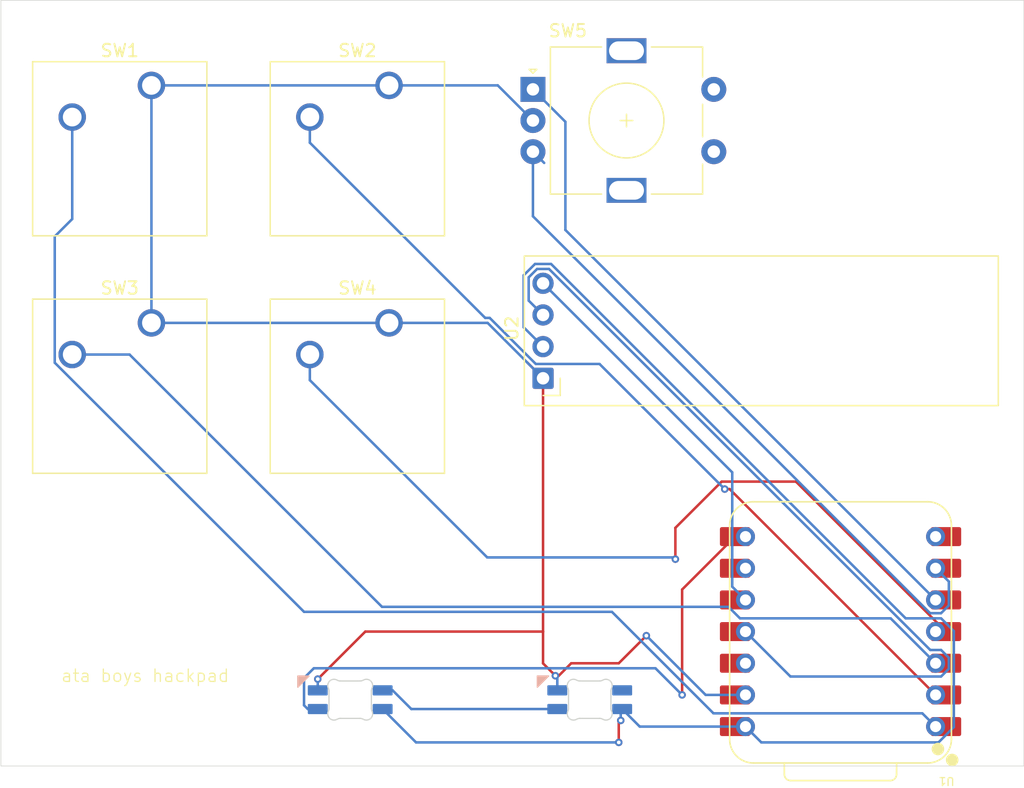
<source format=kicad_pcb>
(kicad_pcb (version 20241229) (generator "pcbnew") (generator_version "9.0")
  (layers (0 "F.Cu" signal) (2 "B.Cu" signal) (13 "F.Paste" user) (15 "B.Paste" user) (5 "F.SilkS" user "F.Silkscreen") (7 "B.SilkS" user "B.Silkscreen") (1 "F.Mask" user) (3 "B.Mask" user) (25 "Edge.Cuts" user))
  (net 0 "")
  (net 1 "GND")
  (net 2 "+5V")
  (net 3 "Net-(D1-DOUT)")
  (net 4 "Net-(D1-DIN)")
  (net 6 "Net-(U1-GPIO26{slash}ADC0{slash}A0)")
  (net 7 "Net-(U1-GPIO27{slash}ADC1{slash}A1)")
  (net 8 "Net-(U1-GPIO28{slash}ADC2{slash}A2)")
  (net 9 "Net-(U1-GPIO29{slash}ADC3{slash}A3)")
  (net 10 "Net-(U1-GPIO6{slash}SDA)")
  (net 11 "Net-(U1-GPIO7{slash}SCL)")
  (net 12 "Net-(U1-GPIO4{slash}MISO)")
  (net 14 "Net-(U1-GPIO3{slash}MOSI)")
  (footprint "Hackclub Footprints:MX_SK6812MINI-E_REV" (layer "F.Cu") (at 123.4025 86.7425)
    (property "Reference" "D2" (hide yes))
    (property "Value" "SK6812MINI-E")
    (fp_poly (pts (xy -4.2 4.08) (xy -3.3 3.18) (xy -4.2 3.18)) (stroke (width 0.1)) (fill yes) (layer "B.SilkS"))
    (fp_line (start -1.699999 5.782842) (end -1.699999 4.377158) (stroke (width 0.1)) (layer "Edge.Cuts"))
    (fp_line (start -0.794452 3.58) (end 0.794452 3.58) (stroke (width 0.1)) (layer "Edge.Cuts"))
    (fp_line (start 0.794452 6.579999) (end -0.794453 6.579999) (stroke (width 0.1)) (layer "Edge.Cuts"))
    (fp_line (start 1.699999 4.377158) (end 1.699999 5.782842) (stroke (width 0.1)) (layer "Edge.Cuts"))
    (fp_arc (start -1.749484 4.16028) (mid -1.712527 4.265932) (end -1.699999 4.377158) (stroke (width 0.1)) (layer "Edge.Cuts"))
    (fp_arc (start -1.749484 4.160281) (mid -1.638072 3.575965) (end -1.046711 3.511701) (stroke (width 0.1)) (layer "Edge.Cuts"))
    (fp_arc (start -1.699999 5.782843) (mid -1.712527 5.894068) (end -1.749484 5.99972) (stroke (width 0.1)) (layer "Edge.Cuts"))
    (fp_arc (start -1.046711 6.648298) (mid -1.638071 6.584034) (end -1.749484 5.99972) (stroke (width 0.1)) (layer "Edge.Cuts"))
    (fp_arc (start -1.046711 6.648298) (mid -0.925123 6.597376) (end -0.794453 6.579999) (stroke (width 0.1)) (layer "Edge.Cuts"))
    (fp_arc (start -0.794452 3.58) (mid -0.925123 3.562623) (end -1.046711 3.511701) (stroke (width 0.1)) (layer "Edge.Cuts"))
    (fp_arc (start 0.794453 6.58) (mid 0.925123 6.597377) (end 1.046711 6.648299) (stroke (width 0.1)) (layer "Edge.Cuts"))
    (fp_arc (start 1.04671 3.511701) (mid 0.925122 3.562623) (end 0.794452 3.58) (stroke (width 0.1)) (layer "Edge.Cuts"))
    (fp_arc (start 1.046711 3.511703) (mid 1.63807 3.575966) (end 1.749484 4.16028) (stroke (width 0.1)) (layer "Edge.Cuts"))
    (fp_arc (start 1.699999 4.377157) (mid 1.712527 4.265932) (end 1.749484 4.16028) (stroke (width 0.1)) (layer "Edge.Cuts"))
    (fp_arc (start 1.749484 5.99972) (mid 1.638071 6.584035) (end 1.046711 6.648299) (stroke (width 0.1)) (layer "Edge.Cuts"))
    (fp_arc (start 1.749484 5.99972) (mid 1.712527 5.894068) (end 1.699999 5.782842) (stroke (width 0.1)) (layer "Edge.Cuts"))
    (pad "1" smd roundrect (at 2.6 5.83 90) (size 0.82 1.6) (layers "B.Cu" "B.Mask" "B.Paste") (roundrect_rratio 0.1) (net 2 "+5V"))
    (pad "2" smd roundrect (at 2.6 4.33 90) (size 0.82 1.6) (layers "B.Cu" "B.Mask" "B.Paste") (roundrect_rratio 0.1))
    (pad "3" smd roundrect (at -2.6 4.33 90) (size 0.82 1.6) (layers "B.Cu" "B.Mask" "B.Paste") (roundrect_rratio 0.1) (net 1 "GND"))
    (pad "4" smd roundrect (at -2.6 5.83 90) (size 0.82 1.6) (layers "B.Cu" "B.Mask" "B.Paste") (roundrect_rratio 0.1) (net 3 "Net-(D1-DOUT)"))
  )
  (footprint "Button_Switch_Keyboard:SW_Cherry_MX_1.00u_PCB" (layer "F.Cu") (at 88.265 61.595)
    (property "Reference" "SW3" (at -2.54 -2.794 0) (layer "F.SilkS"))
    (property "Value" "SW_Push")
    (fp_line (start -9.525 -1.905) (end 4.445 -1.905) (stroke (width 0.12)) (layer "F.SilkS"))
    (fp_line (start -9.525 12.065) (end -9.525 -1.905) (stroke (width 0.12)) (layer "F.SilkS"))
    (fp_line (start 4.445 -1.905) (end 4.445 12.065) (stroke (width 0.12)) (layer "F.SilkS"))
    (fp_line (start 4.445 12.065) (end -9.525 12.065) (stroke (width 0.12)) (layer "F.SilkS"))
    (pad "" np_thru_hole circle (at -7.62 5.08) (size 1.7 1.7) (drill 1.7) (layers "*.Cu" "*.Mask"))
    (pad "" np_thru_hole circle (at -2.54 5.08) (size 4 4) (drill 4) (layers "*.Cu" "*.Mask"))
    (pad "" np_thru_hole circle (at 2.54 5.08) (size 1.7 1.7) (drill 1.7) (layers "*.Cu" "*.Mask"))
    (pad "1" thru_hole circle (at 0 0) (size 2.2 2.2) (drill 1.5) (layers "*.Cu" "*.Mask") (net 1 "GND"))
    (pad "2" thru_hole circle (at -6.35 2.54) (size 2.2 2.2) (drill 1.5) (layers "*.Cu" "*.Mask") (net 8 "Net-(U1-GPIO28{slash}ADC2{slash}A2)"))
  )
  (footprint "Hackclub Footprints:MX_SK6812MINI-E_REV" (layer "F.Cu") (at 104.2 86.7425)
    (property "Reference" "D1" (hide yes))
    (property "Value" "SK6812MINI-E")
    (fp_poly (pts (xy -4.2 4.08) (xy -3.3 3.18) (xy -4.2 3.18)) (stroke (width 0.1)) (fill yes) (layer "B.SilkS"))
    (fp_line (start -1.699999 5.782842) (end -1.699999 4.377158) (stroke (width 0.1)) (layer "Edge.Cuts"))
    (fp_line (start -0.794452 3.58) (end 0.794452 3.58) (stroke (width 0.1)) (layer "Edge.Cuts"))
    (fp_line (start 0.794452 6.579999) (end -0.794453 6.579999) (stroke (width 0.1)) (layer "Edge.Cuts"))
    (fp_line (start 1.699999 4.377158) (end 1.699999 5.782842) (stroke (width 0.1)) (layer "Edge.Cuts"))
    (fp_arc (start -1.749484 4.16028) (mid -1.712527 4.265932) (end -1.699999 4.377158) (stroke (width 0.1)) (layer "Edge.Cuts"))
    (fp_arc (start -1.749484 4.160281) (mid -1.638072 3.575965) (end -1.046711 3.511701) (stroke (width 0.1)) (layer "Edge.Cuts"))
    (fp_arc (start -1.699999 5.782843) (mid -1.712527 5.894068) (end -1.749484 5.99972) (stroke (width 0.1)) (layer "Edge.Cuts"))
    (fp_arc (start -1.046711 6.648298) (mid -1.638071 6.584034) (end -1.749484 5.99972) (stroke (width 0.1)) (layer "Edge.Cuts"))
    (fp_arc (start -1.046711 6.648298) (mid -0.925123 6.597376) (end -0.794453 6.579999) (stroke (width 0.1)) (layer "Edge.Cuts"))
    (fp_arc (start -0.794452 3.58) (mid -0.925123 3.562623) (end -1.046711 3.511701) (stroke (width 0.1)) (layer "Edge.Cuts"))
    (fp_arc (start 0.794453 6.58) (mid 0.925123 6.597377) (end 1.046711 6.648299) (stroke (width 0.1)) (layer "Edge.Cuts"))
    (fp_arc (start 1.04671 3.511701) (mid 0.925122 3.562623) (end 0.794452 3.58) (stroke (width 0.1)) (layer "Edge.Cuts"))
    (fp_arc (start 1.046711 3.511703) (mid 1.63807 3.575966) (end 1.749484 4.16028) (stroke (width 0.1)) (layer "Edge.Cuts"))
    (fp_arc (start 1.699999 4.377157) (mid 1.712527 4.265932) (end 1.749484 4.16028) (stroke (width 0.1)) (layer "Edge.Cuts"))
    (fp_arc (start 1.749484 5.99972) (mid 1.638071 6.584035) (end 1.046711 6.648299) (stroke (width 0.1)) (layer "Edge.Cuts"))
    (fp_arc (start 1.749484 5.99972) (mid 1.712527 5.894068) (end 1.699999 5.782842) (stroke (width 0.1)) (layer "Edge.Cuts"))
    (pad "1" smd roundrect (at 2.6 5.83 90) (size 0.82 1.6) (layers "B.Cu" "B.Mask" "B.Paste") (roundrect_rratio 0.1) (net 2 "+5V"))
    (pad "2" smd roundrect (at 2.6 4.33 90) (size 0.82 1.6) (layers "B.Cu" "B.Mask" "B.Paste") (roundrect_rratio 0.1) (net 3 "Net-(D1-DOUT)"))
    (pad "3" smd roundrect (at -2.6 4.33 90) (size 0.82 1.6) (layers "B.Cu" "B.Mask" "B.Paste") (roundrect_rratio 0.1) (net 1 "GND"))
    (pad "4" smd roundrect (at -2.6 5.83 90) (size 0.82 1.6) (layers "B.Cu" "B.Mask" "B.Paste") (roundrect_rratio 0.1) (net 4 "Net-(D1-DIN)"))
  )
  (footprint "Hackclub Footprints:XIAO-RP2040-DIP" (layer "F.Cu") (at 143.51 86.36 180)
    (property "Reference" "U1" (at -8.5 -12 180) (layer "F.SilkS") (effects (font (size 0.635 0.635) (thickness 0.1016))))
    (property "Value" "XIAO-RP2040-DIP")
    (fp_line (start 8.89 8.509) (end 8.89 -8.636) (stroke (width 0.127)) (layer "F.SilkS"))
    (fp_line (start 6.985 -10.541) (end -6.985 -10.541) (stroke (width 0.1)) (layer "F.SilkS"))
    (fp_line (start 6.985 -10.541) (end -6.985 -10.541) (stroke (width 0.127)) (layer "F.SilkS"))
    (fp_line (start 4.504 -11.451) (end 4.504 -10.541) (stroke (width 0.127)) (layer "F.SilkS"))
    (fp_line (start -3.991272 -11.951) (end 4.004 -11.951) (stroke (width 0.127)) (layer "F.SilkS"))
    (fp_line (start -4.495 -10.541) (end -4.491272 -11.451272) (stroke (width 0.127)) (layer "F.SilkS"))
    (fp_line (start -6.985 10.414) (end 6.985 10.414) (stroke (width 0.127)) (layer "F.SilkS"))
    (fp_line (start -8.89 8.509) (end -8.89 -8.636) (stroke (width 0.127)) (layer "F.SilkS"))
    (fp_arc (start 8.89 8.509) (mid 8.332038 9.856038) (end 6.985 10.414) (stroke (width 0.127)) (layer "F.SilkS"))
    (fp_arc (start 6.985 -10.541) (mid 8.332038 -9.983038) (end 8.89 -8.636) (stroke (width 0.127)) (layer "F.SilkS"))
    (fp_arc (start 4.004 -11.951) (mid 4.357553 -11.804553) (end 4.504 -11.451) (stroke (width 0.127)) (layer "F.SilkS"))
    (fp_arc (start -4.491272 -11.451272) (mid -4.344728 -11.80464) (end -3.991272 -11.951) (stroke (width 0.127)) (layer "F.SilkS"))
    (fp_arc (start -6.985 10.414) (mid -8.332038 9.856038) (end -8.89 8.509) (stroke (width 0.127)) (layer "F.SilkS"))
    (fp_arc (start -8.89 -8.636) (mid -8.332038 -9.983038) (end -6.985 -10.541) (stroke (width 0.127)) (layer "F.SilkS"))
    (fp_circle (center -7.807 -9.42) (end -7.807 -9.674) (stroke (width 0.5)) (fill yes) (layer "F.SilkS"))
    (fp_circle (center -8.95 -10.3) (end -8.95 -10.554) (stroke (width 0.5)) (fill yes) (layer "F.SilkS"))
    (pad "1" smd roundrect (at -8.455 -7.62) (size 2.432 1.524) (layers "F.Cu" "F.Mask") (roundrect_rratio 0.1) (net 6 "Net-(U1-GPIO26{slash}ADC0{slash}A0)"))
    (pad "1" thru_hole circle (at -7.62 -7.62) (size 1.524 1.524) (drill 0.889) (layers "*.Cu" "*.Mask") (net 6 "Net-(U1-GPIO26{slash}ADC0{slash}A0)"))
    (pad "2" smd roundrect (at -8.455 -5.08) (size 2.432 1.524) (layers "F.Cu" "F.Mask") (roundrect_rratio 0.1) (net 7 "Net-(U1-GPIO27{slash}ADC1{slash}A1)"))
    (pad "2" thru_hole circle (at -7.62 -5.08) (size 1.524 1.524) (drill 0.889) (layers "*.Cu" "*.Mask") (net 7 "Net-(U1-GPIO27{slash}ADC1{slash}A1)"))
    (pad "3" smd roundrect (at -8.455 -2.54) (size 2.432 1.524) (layers "F.Cu" "F.Mask") (roundrect_rratio 0.1) (net 8 "Net-(U1-GPIO28{slash}ADC2{slash}A2)"))
    (pad "3" thru_hole circle (at -7.62 -2.54) (size 1.524 1.524) (drill 0.889) (layers "*.Cu" "*.Mask") (net 8 "Net-(U1-GPIO28{slash}ADC2{slash}A2)"))
    (pad "4" smd roundrect (at -8.455 0) (size 2.432 1.524) (layers "F.Cu" "F.Mask") (roundrect_rratio 0.1) (net 9 "Net-(U1-GPIO29{slash}ADC3{slash}A3)"))
    (pad "4" thru_hole circle (at -7.62 0) (size 1.524 1.524) (drill 0.889) (layers "*.Cu" "*.Mask") (net 9 "Net-(U1-GPIO29{slash}ADC3{slash}A3)"))
    (pad "5" smd roundrect (at -8.455 2.54) (size 2.432 1.524) (layers "F.Cu" "F.Mask") (roundrect_rratio 0.1) (net 10 "Net-(U1-GPIO6{slash}SDA)"))
    (pad "5" thru_hole circle (at -7.62 2.54) (size 1.524 1.524) (drill 0.889) (layers "*.Cu" "*.Mask") (net 10 "Net-(U1-GPIO6{slash}SDA)"))
    (pad "6" smd roundrect (at -8.455 5.08) (size 2.432 1.524) (layers "F.Cu" "F.Mask") (roundrect_rratio 0.1) (net 11 "Net-(U1-GPIO7{slash}SCL)"))
    (pad "6" thru_hole circle (at -7.62 5.08) (size 1.524 1.524) (drill 0.889) (layers "*.Cu" "*.Mask") (net 11 "Net-(U1-GPIO7{slash}SCL)"))
    (pad "7" smd roundrect (at -8.455 7.62) (size 2.432 1.524) (layers "F.Cu" "F.Mask") (roundrect_rratio 0.1))
    (pad "7" thru_hole circle (at -7.62 7.62) (size 1.524 1.524) (drill 0.889) (layers "*.Cu" "*.Mask"))
    (pad "8" thru_hole circle (at 7.62 7.62 180) (size 1.524 1.524) (drill 0.889) (layers "*.Cu" "*.Mask") (net 4 "Net-(D1-DIN)"))
    (pad "8" smd roundrect (at 8.455 7.62 180) (size 2.432 1.524) (layers "F.Cu" "F.Mask") (roundrect_rratio 0.1) (net 4 "Net-(D1-DIN)"))
    (pad "9" thru_hole circle (at 7.62 5.08 180) (size 1.524 1.524) (drill 0.889) (layers "*.Cu" "*.Mask"))
    (pad "9" smd roundrect (at 8.455 5.08 180) (size 2.432 1.524) (layers "F.Cu" "F.Mask") (roundrect_rratio 0.1))
    (pad "10" thru_hole circle (at 7.62 2.54 180) (size 1.524 1.524) (drill 0.889) (layers "*.Cu" "*.Mask") (net 12 "Net-(U1-GPIO4{slash}MISO)"))
    (pad "10" smd roundrect (at 8.455 2.54 180) (size 2.432 1.524) (layers "F.Cu" "F.Mask") (roundrect_rratio 0.1) (net 12 "Net-(U1-GPIO4{slash}MISO)"))
    (pad "11" thru_hole circle (at 7.62 0 180) (size 1.524 1.524) (drill 0.889) (layers "*.Cu" "*.Mask") (net 14 "Net-(U1-GPIO3{slash}MOSI)"))
    (pad "11" smd roundrect (at 8.455 0 180) (size 2.432 1.524) (layers "F.Cu" "F.Mask") (roundrect_rratio 0.1) (net 14 "Net-(U1-GPIO3{slash}MOSI)"))
    (pad "12" thru_hole circle (at 7.62 -2.54 180) (size 1.524 1.524) (drill 0.889) (layers "*.Cu" "*.Mask"))
    (pad "12" smd roundrect (at 8.455 -2.54 180) (size 2.432 1.524) (layers "F.Cu" "F.Mask") (roundrect_rratio 0.1))
    (pad "13" thru_hole circle (at 7.62 -5.08 180) (size 1.524 1.524) (drill 0.889) (layers "*.Cu" "*.Mask") (net 1 "GND"))
    (pad "13" smd roundrect (at 8.455 -5.08 180) (size 2.432 1.524) (layers "F.Cu" "F.Mask") (roundrect_rratio 0.1) (net 1 "GND"))
    (pad "14" thru_hole circle (at 7.62 -7.62 180) (size 1.524 1.524) (drill 0.889) (layers "*.Cu" "*.Mask") (net 2 "+5V"))
    (pad "14" smd roundrect (at 8.455 -7.62 180) (size 2.432 1.524) (layers "F.Cu" "F.Mask") (roundrect_rratio 0.1) (net 2 "+5V"))
  )
  (footprint "Hackclub Footprints:OLED_0.91_128x32" (layer "F.Cu") (at 119.66 66.04 90)
    (property "Reference" "U2" (at 4 -2.5 90) (layer "F.SilkS"))
    (property "Value" "OLED_0.91_128x32")
    (fp_line (start -1.38 0) (end -1.38 1.38) (stroke (width 0.12)) (layer "F.SilkS"))
    (fp_line (start 0 1.38) (end -1.38 1.38) (stroke (width 0.12)) (layer "F.SilkS"))
    (fp_rect (start -2.19 -1.5) (end 9.81 36.5) (stroke (width 0.12)) (fill no) (layer "F.SilkS"))
    (pad "1" thru_hole roundrect (at 0 0 90) (size 1.7 1.7) (drill 1) (layers "*.Cu" "*.Mask") (roundrect_rratio 0.1) (net 1 "GND"))
    (pad "2" thru_hole circle (at 2.54 0 90) (size 1.7 1.7) (drill 1) (layers "*.Cu" "*.Mask") (net 2 "+5V"))
    (pad "3" thru_hole circle (at 5.08 0 90) (size 1.7 1.7) (drill 1) (layers "*.Cu" "*.Mask") (net 14 "Net-(U1-GPIO3{slash}MOSI)"))
    (pad "4" thru_hole circle (at 7.62 0 90) (size 1.7 1.7) (drill 1) (layers "*.Cu" "*.Mask") (net 12 "Net-(U1-GPIO4{slash}MISO)"))
  )
  (footprint "Button_Switch_Keyboard:SW_Cherry_MX_1.00u_PCB" (layer "F.Cu") (at 107.315 61.595)
    (property "Reference" "SW4" (at -2.54 -2.794 0) (layer "F.SilkS"))
    (property "Value" "SW_Push")
    (fp_line (start -9.525 -1.905) (end 4.445 -1.905) (stroke (width 0.12)) (layer "F.SilkS"))
    (fp_line (start -9.525 12.065) (end -9.525 -1.905) (stroke (width 0.12)) (layer "F.SilkS"))
    (fp_line (start 4.445 -1.905) (end 4.445 12.065) (stroke (width 0.12)) (layer "F.SilkS"))
    (fp_line (start 4.445 12.065) (end -9.525 12.065) (stroke (width 0.12)) (layer "F.SilkS"))
    (pad "" np_thru_hole circle (at -7.62 5.08) (size 1.7 1.7) (drill 1.7) (layers "*.Cu" "*.Mask"))
    (pad "" np_thru_hole circle (at -2.54 5.08) (size 4 4) (drill 4) (layers "*.Cu" "*.Mask"))
    (pad "" np_thru_hole circle (at 2.54 5.08) (size 1.7 1.7) (drill 1.7) (layers "*.Cu" "*.Mask"))
    (pad "1" thru_hole circle (at 0 0) (size 2.2 2.2) (drill 1.5) (layers "*.Cu" "*.Mask") (net 1 "GND"))
    (pad "2" thru_hole circle (at -6.35 2.54) (size 2.2 2.2) (drill 1.5) (layers "*.Cu" "*.Mask") (net 9 "Net-(U1-GPIO29{slash}ADC3{slash}A3)"))
  )
  (footprint "Rotary_Encoder:RotaryEncoder_Alps_EC11E-Switch_Vertical_H20mm" (layer "F.Cu") (at 118.85 42.8625)
    (property "Reference" "SW5" (at 2.8 -4.7 0) (layer "F.SilkS"))
    (property "Value" "RotaryEncoder")
    (fp_line (start -0.3 -1.6) (end 0.3 -1.6) (stroke (width 0.12)) (layer "F.SilkS"))
    (fp_line (start 0 -1.3) (end -0.3 -1.6) (stroke (width 0.12)) (layer "F.SilkS"))
    (fp_line (start 0.3 -1.6) (end 0 -1.3) (stroke (width 0.12)) (layer "F.SilkS"))
    (fp_line (start 1.4 -3.4) (end 1.4 8.4) (stroke (width 0.12)) (layer "F.SilkS"))
    (fp_line (start 5.5 -3.4) (end 1.4 -3.4) (stroke (width 0.12)) (layer "F.SilkS"))
    (fp_line (start 5.5 8.4) (end 1.4 8.4) (stroke (width 0.12)) (layer "F.SilkS"))
    (fp_line (start 7 2.5) (end 8 2.5) (stroke (width 0.12)) (layer "F.SilkS"))
    (fp_line (start 7.5 2) (end 7.5 3) (stroke (width 0.12)) (layer "F.SilkS"))
    (fp_line (start 9.5 -3.4) (end 13.6 -3.4) (stroke (width 0.12)) (layer "F.SilkS"))
    (fp_line (start 13.6 -3.4) (end 13.6 -1) (stroke (width 0.12)) (layer "F.SilkS"))
    (fp_line (start 13.6 1.2) (end 13.6 3.8) (stroke (width 0.12)) (layer "F.SilkS"))
    (fp_line (start 13.6 6) (end 13.6 8.4) (stroke (width 0.12)) (layer "F.SilkS"))
    (fp_line (start 13.6 8.4) (end 9.5 8.4) (stroke (width 0.12)) (layer "F.SilkS"))
    (fp_circle (center 7.5 2.5) (end 10.5 2.5) (stroke (width 0.12)) (fill no) (layer "F.SilkS"))
    (pad "A" thru_hole rect (at 0 0) (size 2 2) (drill 1) (layers "*.Cu" "*.Mask") (net 10 "Net-(U1-GPIO6{slash}SDA)"))
    (pad "B" thru_hole circle (at 0 5) (size 2 2) (drill 1) (layers "*.Cu" "*.Mask") (net 11 "Net-(U1-GPIO7{slash}SCL)"))
    (pad "C" thru_hole circle (at 0 2.5) (size 2 2) (drill 1) (layers "*.Cu" "*.Mask") (net 1 "GND"))
    (pad "MP" thru_hole rect (at 7.5 -3.1) (size 3.2 2) (drill oval 2.8 1.5) (layers "*.Cu" "*.Mask"))
    (pad "MP" thru_hole rect (at 7.5 8.1) (size 3.2 2) (drill oval 2.8 1.5) (layers "*.Cu" "*.Mask"))
    (pad "S1" thru_hole circle (at 14.5 5) (size 2 2) (drill 1) (layers "*.Cu" "*.Mask"))
    (pad "S2" thru_hole circle (at 14.5 0) (size 2 2) (drill 1) (layers "*.Cu" "*.Mask"))
  )
  (footprint "Button_Switch_Keyboard:SW_Cherry_MX_1.00u_PCB" (layer "F.Cu") (at 88.265 42.545)
    (property "Reference" "SW1" (at -2.54 -2.794 0) (layer "F.SilkS"))
    (property "Value" "SW_Push")
    (fp_line (start -9.525 -1.905) (end 4.445 -1.905) (stroke (width 0.12)) (layer "F.SilkS"))
    (fp_line (start -9.525 12.065) (end -9.525 -1.905) (stroke (width 0.12)) (layer "F.SilkS"))
    (fp_line (start 4.445 -1.905) (end 4.445 12.065) (stroke (width 0.12)) (layer "F.SilkS"))
    (fp_line (start 4.445 12.065) (end -9.525 12.065) (stroke (width 0.12)) (layer "F.SilkS"))
    (pad "" np_thru_hole circle (at -7.62 5.08) (size 1.7 1.7) (drill 1.7) (layers "*.Cu" "*.Mask"))
    (pad "" np_thru_hole circle (at -2.54 5.08) (size 4 4) (drill 4) (layers "*.Cu" "*.Mask"))
    (pad "" np_thru_hole circle (at 2.54 5.08) (size 1.7 1.7) (drill 1.7) (layers "*.Cu" "*.Mask"))
    (pad "1" thru_hole circle (at 0 0) (size 2.2 2.2) (drill 1.5) (layers "*.Cu" "*.Mask") (net 1 "GND"))
    (pad "2" thru_hole circle (at -6.35 2.54) (size 2.2 2.2) (drill 1.5) (layers "*.Cu" "*.Mask") (net 6 "Net-(U1-GPIO26{slash}ADC0{slash}A0)"))
  )
  (footprint "Button_Switch_Keyboard:SW_Cherry_MX_1.00u_PCB" (layer "F.Cu") (at 107.315 42.545)
    (property "Reference" "SW2" (at -2.54 -2.794 0) (layer "F.SilkS"))
    (property "Value" "SW_Push")
    (fp_line (start -9.525 -1.905) (end 4.445 -1.905) (stroke (width 0.12)) (layer "F.SilkS"))
    (fp_line (start -9.525 12.065) (end -9.525 -1.905) (stroke (width 0.12)) (layer "F.SilkS"))
    (fp_line (start 4.445 -1.905) (end 4.445 12.065) (stroke (width 0.12)) (layer "F.SilkS"))
    (fp_line (start 4.445 12.065) (end -9.525 12.065) (stroke (width 0.12)) (layer "F.SilkS"))
    (pad "" np_thru_hole circle (at -7.62 5.08) (size 1.7 1.7) (drill 1.7) (layers "*.Cu" "*.Mask"))
    (pad "" np_thru_hole circle (at -2.54 5.08) (size 4 4) (drill 4) (layers "*.Cu" "*.Mask"))
    (pad "" np_thru_hole circle (at 2.54 5.08) (size 1.7 1.7) (drill 1.7) (layers "*.Cu" "*.Mask"))
    (pad "1" thru_hole circle (at 0 0) (size 2.2 2.2) (drill 1.5) (layers "*.Cu" "*.Mask") (net 1 "GND"))
    (pad "2" thru_hole circle (at -6.35 2.54) (size 2.2 2.2) (drill 1.5) (layers "*.Cu" "*.Mask") (net 7 "Net-(U1-GPIO27{slash}ADC1{slash}A1)"))
  )
  (gr_rect (start 76.2 35.71875) (end 158.206256 97.142172) (stroke (width 0.05)) (fill no) (layer "Edge.Cuts"))
  (gr_text "ata boys hackpad" (at 80.9625 90.4875 0) (layer "F.SilkS") (effects (font (size 1 1) (thickness 0.1)) (justify left bottom)))
  (segment (start 119.04475 65.42475) (end 118.39 64.77) (width 0.2) (layer "F.Cu") (net 1))
  (segment (start 120.919795 89.900205) (end 120.65 89.900205) (width 0.2) (layer "F.Cu") (net 1))
  (segment (start 127.94261 86.68739) (end 125.73 88.9) (width 0.2) (layer "F.Cu") (net 1))
  (segment (start 121.92 88.9) (end 120.919795 89.900205) (width 0.2) (layer "F.Cu") (net 1))
  (segment (start 119.66 86.36) (end 119.66 66.04) (width 0.2) (layer "F.Cu") (net 1))
  (segment (start 105.41 86.36) (end 119.66 86.36) (width 0.2) (layer "F.Cu") (net 1))
  (segment (start 125.73 88.9) (end 121.92 88.9) (width 0.2) (layer "F.Cu") (net 1))
  (segment (start 119.66 88.910205) (end 119.66 86.36) (width 0.2) (layer "F.Cu") (net 1))
  (segment (start 120.65 89.900205) (end 119.66 88.910205) (width 0.2) (layer "F.Cu") (net 1))
  (segment (start 101.6 90.17) (end 105.41 86.36) (width 0.2) (layer "F.Cu") (net 1))
  (via (at 127.94261 86.68739) (size 0.6) (drill 0.3) (layers "F.Cu" "B.Cu") (net 1))
  (via (at 101.6 90.17) (size 0.6) (drill 0.3) (layers "F.Cu" "B.Cu") (net 1))
  (via (at 120.65 89.900205) (size 0.6) (drill 0.3) (layers "F.Cu" "B.Cu") (net 1))
  (segment (start 107.315 61.595) (end 115.215 61.595) (width 0.2) (layer "B.Cu") (net 1))
  (segment (start 115.215 61.595) (end 119.66 66.04) (width 0.2) (layer "B.Cu") (net 1))
  (segment (start 132.69522 91.44) (end 127.94261 86.68739) (width 0.2) (layer "B.Cu") (net 1))
  (segment (start 101.6 91.0725) (end 101.6 90.17) (width 0.2) (layer "B.Cu") (net 1))
  (segment (start 135.89 91.44) (end 132.69522 91.44) (width 0.2) (layer "B.Cu") (net 1))
  (segment (start 120.8025 91.0725) (end 120.8025 91.339999) (width 0.2) (layer "B.Cu") (net 1))
  (segment (start 101.636749 91.0725) (end 101.799042 90.910207) (width 0.2) (layer "B.Cu") (net 1))
  (segment (start 88.265 42.545) (end 107.315 42.545) (width 0.2) (layer "B.Cu") (net 1))
  (segment (start 120.8025 91.0725) (end 120.8025 90.052705) (width 0.2) (layer "B.Cu") (net 1))
  (segment (start 101.6 91.0725) (end 101.636749 91.0725) (width 0.2) (layer "B.Cu") (net 1))
  (segment (start 107.315 61.595) (end 88.265 61.595) (width 0.2) (layer "B.Cu") (net 1))
  (segment (start 107.315 42.545) (end 116.0325 42.545) (width 0.2) (layer "B.Cu") (net 1))
  (segment (start 120.8025 90.052705) (end 120.65 89.900205) (width 0.2) (layer "B.Cu") (net 1))
  (segment (start 88.265 61.595) (end 88.265 42.545) (width 0.2) (layer "B.Cu") (net 1))
  (segment (start 101.799042 90.910207) (end 101.76046 90.815649) (width 0.2) (layer "B.Cu") (net 1))
  (segment (start 116.0325 42.545) (end 118.85 45.3625) (width 0.2) (layer "B.Cu") (net 1))
  (segment (start 125.73 93.646911) (end 125.889104 93.487807) (width 0.2) (layer "F.Cu") (net 2))
  (segment (start 125.73 95.25) (end 125.73 93.646911) (width 0.2) (layer "F.Cu") (net 2))
  (via (at 125.889104 93.487807) (size 0.6) (drill 0.3) (layers "F.Cu" "B.Cu") (net 2))
  (via (at 125.73 95.25) (size 0.6) (drill 0.3) (layers "F.Cu" "B.Cu") (net 2))
  (segment (start 119.01714 56.868) (end 120.30286 56.868) (width 0.2) (layer "B.Cu") (net 2))
  (segment (start 151.57031 85.297) (end 152.594 86.32069) (width 0.2) (layer "B.Cu") (net 2))
  (segment (start 118.108 61.948) (end 118.108 57.77714) (width 0.2) (layer "B.Cu") (net 2))
  (segment (start 119.66 63.5) (end 118.108 61.948) (width 0.2) (layer "B.Cu") (net 2))
  (segment (start 109.4775 95.25) (end 125.73 95.25) (width 0.2) (layer "B.Cu") (net 2))
  (segment (start 125.889104 93.487807) (end 125.889104 92.685896) (width 0.2) (layer "B.Cu") (net 2))
  (segment (start 120.30286 56.868) (end 148.73186 85.297) (width 0.2) (layer "B.Cu") (net 2))
  (segment (start 152.594 86.32069) (end 152.594 94.01931) (width 0.2) (layer "B.Cu") (net 2))
  (segment (start 135.89 93.98) (end 127.41 93.98) (width 0.2) (layer "B.Cu") (net 2))
  (segment (start 127.41 93.98) (end 126.0025 92.5725) (width 0.2) (layer "B.Cu") (net 2))
  (segment (start 148.73186 85.297) (end 151.57031 85.297) (width 0.2) (layer "B.Cu") (net 2))
  (segment (start 125.889104 92.685896) (end 126.0025 92.5725) (width 0.2) (layer "B.Cu") (net 2))
  (segment (start 137.16 95.25) (end 135.89 93.98) (width 0.2) (layer "B.Cu") (net 2))
  (segment (start 152.594 94.01931) (end 151.36331 95.25) (width 0.2) (layer "B.Cu") (net 2))
  (segment (start 106.8 92.5725) (end 109.4775 95.25) (width 0.2) (layer "B.Cu") (net 2))
  (segment (start 151.36331 95.25) (end 137.16 95.25) (width 0.2) (layer "B.Cu") (net 2))
  (segment (start 118.108 57.77714) (end 119.01714 56.868) (width 0.2) (layer "B.Cu") (net 2))
  (segment (start 106.8 91.0725) (end 107.6 91.0725) (width 0.2) (layer "B.Cu") (net 3))
  (segment (start 107.6 91.0725) (end 109.1 92.5725) (width 0.2) (layer "B.Cu") (net 3))
  (segment (start 109.1 92.5725) (end 120.8025 92.5725) (width 0.2) (layer "B.Cu") (net 3))
  (segment (start 130.81 91.44) (end 130.81 82.985) (width 0.2) (layer "F.Cu") (net 4))
  (segment (start 130.81 82.985) (end 135.055 78.74) (width 0.2) (layer "F.Cu") (net 4))
  (via (at 130.81 91.44) (size 0.6) (drill 0.3) (layers "F.Cu" "B.Cu") (net 4))
  (segment (start 128.670205 89.300205) (end 130.81 91.44) (width 0.2) (layer "B.Cu") (net 4))
  (segment (start 100.8 92.5725) (end 100.499 92.2715) (width 0.2) (layer "B.Cu") (net 4))
  (segment (start 100.499 92.2715) (end 100.499 90.086497) (width 0.2) (layer "B.Cu") (net 4))
  (segment (start 100.499 90.086497) (end 101.285292 89.300205) (width 0.2) (layer "B.Cu") (net 4))
  (segment (start 101.285292 89.300205) (end 128.670205 89.300205) (width 0.2) (layer "B.Cu") (net 4))
  (segment (start 101.6 92.5725) (end 100.8 92.5725) (width 0.2) (layer "B.Cu") (net 4))
  (segment (start 150.067 92.917) (end 151.13 93.98) (width 0.2) (layer "B.Cu") (net 6))
  (segment (start 133.32369 92.917) (end 150.067 92.917) (width 0.2) (layer "B.Cu") (net 6))
  (segment (start 100.499 84.774497) (end 125.181187 84.774497) (width 0.2) (layer "B.Cu") (net 6))
  (segment (start 80.514 64.789497) (end 100.499 84.774497) (width 0.2) (layer "B.Cu") (net 6))
  (segment (start 81.915 45.085) (end 81.915 53.263686) (width 0.2) (layer "B.Cu") (net 6))
  (segment (start 80.514 54.664686) (end 80.514 64.789497) (width 0.2) (layer "B.Cu") (net 6))
  (segment (start 81.915 53.263686) (end 80.514 54.664686) (width 0.2) (layer "B.Cu") (net 6))
  (segment (start 125.181187 84.774497) (end 133.32369 92.917) (width 0.2) (layer "B.Cu") (net 6))
  (segment (start 134.62 74.93) (end 151.13 91.44) (width 0.2) (layer "F.Cu") (net 7))
  (segment (start 134.227 74.93) (end 134.62 74.93) (width 0.2) (layer "F.Cu") (net 7))
  (via (at 134.227 74.93) (size 0.6) (drill 0.3) (layers "F.Cu" "B.Cu") (net 7))
  (segment (start 119.0761 64.889) (end 124.186 64.889) (width 0.2) (layer "B.Cu") (net 7))
  (segment (start 115.3811 61.194) (end 119.0761 64.889) (width 0.2) (layer "B.Cu") (net 7))
  (segment (start 124.186 64.889) (end 134.227 74.93) (width 0.2) (layer "B.Cu") (net 7))
  (segment (start 100.965 47.139816) (end 115.019184 61.194) (width 0.2) (layer "B.Cu") (net 7))
  (segment (start 115.019184 61.194) (end 115.3811 61.194) (width 0.2) (layer "B.Cu") (net 7))
  (segment (start 100.965 45.085) (end 100.965 47.139816) (width 0.2) (layer "B.Cu") (net 7))
  (segment (start 86.509816 64.135) (end 106.748313 84.373497) (width 0.2) (layer "B.Cu") (net 8))
  (segment (start 147.527 85.297) (end 151.13 88.9) (width 0.2) (layer "B.Cu") (net 8))
  (segment (start 81.915 64.135) (end 86.509816 64.135) (width 0.2) (layer "B.Cu") (net 8))
  (segment (start 135.44969 85.297) (end 147.527 85.297) (width 0.2) (layer "B.Cu") (net 8))
  (segment (start 134.526187 84.373497) (end 135.44969 85.297) (width 0.2) (layer "B.Cu") (net 8))
  (segment (start 106.748313 84.373497) (end 134.526187 84.373497) (width 0.2) (layer "B.Cu") (net 8))
  (segment (start 130.26908 80.55092) (end 130.26908 78.037977) (width 0.2) (layer "F.Cu") (net 9))
  (segment (start 130.26908 78.037977) (end 133.978057 74.329) (width 0.2) (layer "F.Cu") (net 9))
  (segment (start 133.978057 74.329) (end 139.934 74.329) (width 0.2) (layer "F.Cu") (net 9))
  (segment (start 139.934 74.329) (end 151.965 86.36) (width 0.2) (layer "F.Cu") (net 9))
  (via (at 130.26908 80.55092) (size 0.6) (drill 0.3) (layers "F.Cu" "B.Cu") (net 9))
  (segment (start 100.965 66.189816) (end 115.185389 80.410205) (width 0.2) (layer "B.Cu") (net 9))
  (segment (start 130.409795 80.410205) (end 130.26908 80.55092) (width 0.2) (layer "B.Cu") (net 9))
  (segment (start 115.185389 80.410205) (end 130.409795 80.410205) (width 0.2) (layer "B.Cu") (net 9))
  (segment (start 100.965 64.135) (end 100.965 66.189816) (width 0.2) (layer "B.Cu") (net 9))
  (segment (start 118.85 42.8625) (end 121.452 45.4645) (width 0.2) (layer "B.Cu") (net 10))
  (segment (start 121.452 54.142) (end 151.13 83.82) (width 0.2) (layer "B.Cu") (net 10))
  (segment (start 121.452 45.4645) (end 121.452 54.142) (width 0.2) (layer "B.Cu") (net 10))
  (segment (start 150.68969 84.883) (end 151.57031 84.883) (width 0.2) (layer "B.Cu") (net 11))
  (segment (start 152.193 84.26031) (end 152.193 82.343) (width 0.2) (layer "B.Cu") (net 11))
  (segment (start 151.57031 84.883) (end 152.193 84.26031) (width 0.2) (layer "B.Cu") (net 11))
  (segment (start 118.85 53.04331) (end 150.68969 84.883) (width 0.2) (layer "B.Cu") (net 11))
  (segment (start 152.193 82.343) (end 151.13 81.28) (width 0.2) (layer "B.Cu") (net 11))
  (segment (start 118.85 47.8625) (end 118.85 53.04331) (width 0.2) (layer "B.Cu") (net 11))
  (segment (start 119.75 48.7625) (end 118.85 47.8625) (width 0.2) (layer "B.Cu") (net 11))
  (segment (start 134.827 82.757) (end 135.89 83.82) (width 0.2) (layer "B.Cu") (net 12))
  (segment (start 134.827 73.587) (end 134.827 82.757) (width 0.2) (layer "B.Cu") (net 12))
  (segment (start 119.66 58.42) (end 134.827 73.587) (width 0.2) (layer "B.Cu") (net 12))
  (segment (start 118.509 57.94324) (end 119.18324 57.269) (width 0.2) (layer "B.Cu") (net 14))
  (segment (start 119.18324 57.269) (end 120.13676 57.269) (width 0.2) (layer "B.Cu") (net 14))
  (segment (start 151.57031 89.963) (end 139.493 89.963) (width 0.2) (layer "B.Cu") (net 14))
  (segment (start 152.193 88.45969) (end 152.193 89.34031) (width 0.2) (layer "B.Cu") (net 14))
  (segment (start 120.13676 57.269) (end 150.70476 87.837) (width 0.2) (layer "B.Cu") (net 14))
  (segment (start 118.509 59.809) (end 118.509 57.94324) (width 0.2) (layer "B.Cu") (net 14))
  (segment (start 119.66 60.96) (end 118.509 59.809) (width 0.2) (layer "B.Cu") (net 14))
  (segment (start 150.70476 87.837) (end 151.57031 87.837) (width 0.2) (layer "B.Cu") (net 14))
  (segment (start 139.493 89.963) (end 135.89 86.36) (width 0.2) (layer "B.Cu") (net 14))
  (segment (start 152.193 89.34031) (end 151.57031 89.963) (width 0.2) (layer "B.Cu") (net 14))
  (segment (start 151.57031 87.837) (end 152.193 88.45969) (width 0.2) (layer "B.Cu") (net 14))
)
</source>
